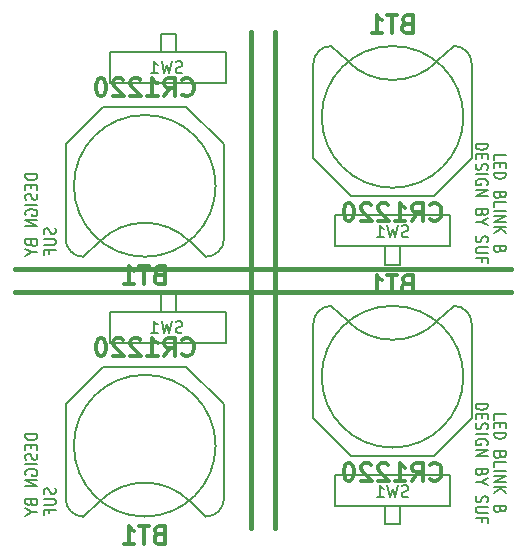
<source format=gbo>
G04 (created by PCBNEW (2013-07-07 BZR 4022)-stable) date 22/01/2014 05:32:29*
%MOIN*%
G04 Gerber Fmt 3.4, Leading zero omitted, Abs format*
%FSLAX34Y34*%
G01*
G70*
G90*
G04 APERTURE LIST*
%ADD10C,0.00590551*%
%ADD11C,0.015*%
%ADD12C,0.00787402*%
%ADD13C,0.012*%
G04 APERTURE END LIST*
G54D10*
G54D11*
X29133Y-19685D02*
X29133Y-36220D01*
X29921Y-19685D02*
X29921Y-36220D01*
X21259Y-28346D02*
X37795Y-28346D01*
X21259Y-27559D02*
X37795Y-27559D01*
G54D10*
X37235Y-32594D02*
X37235Y-32425D01*
X37628Y-32425D01*
X37441Y-32712D02*
X37441Y-32830D01*
X37235Y-32881D02*
X37235Y-32712D01*
X37628Y-32712D01*
X37628Y-32881D01*
X37235Y-33033D02*
X37628Y-33033D01*
X37628Y-33117D01*
X37610Y-33168D01*
X37572Y-33201D01*
X37535Y-33218D01*
X37460Y-33235D01*
X37403Y-33235D01*
X37328Y-33218D01*
X37291Y-33201D01*
X37253Y-33168D01*
X37235Y-33117D01*
X37235Y-33033D01*
X37441Y-33775D02*
X37422Y-33826D01*
X37403Y-33843D01*
X37366Y-33859D01*
X37310Y-33859D01*
X37272Y-33843D01*
X37253Y-33826D01*
X37235Y-33792D01*
X37235Y-33657D01*
X37628Y-33657D01*
X37628Y-33775D01*
X37610Y-33809D01*
X37591Y-33826D01*
X37553Y-33843D01*
X37516Y-33843D01*
X37478Y-33826D01*
X37460Y-33809D01*
X37441Y-33775D01*
X37441Y-33657D01*
X37235Y-34180D02*
X37235Y-34011D01*
X37628Y-34011D01*
X37235Y-34298D02*
X37628Y-34298D01*
X37235Y-34467D02*
X37628Y-34467D01*
X37235Y-34669D01*
X37628Y-34669D01*
X37235Y-34838D02*
X37628Y-34838D01*
X37235Y-35041D02*
X37460Y-34889D01*
X37628Y-35041D02*
X37403Y-34838D01*
X37441Y-35580D02*
X37422Y-35631D01*
X37403Y-35648D01*
X37366Y-35665D01*
X37310Y-35665D01*
X37272Y-35648D01*
X37253Y-35631D01*
X37235Y-35597D01*
X37235Y-35462D01*
X37628Y-35462D01*
X37628Y-35580D01*
X37610Y-35614D01*
X37591Y-35631D01*
X37553Y-35648D01*
X37516Y-35648D01*
X37478Y-35631D01*
X37460Y-35614D01*
X37441Y-35580D01*
X37441Y-35462D01*
X36624Y-32062D02*
X37018Y-32062D01*
X37018Y-32147D01*
X36999Y-32197D01*
X36962Y-32231D01*
X36924Y-32248D01*
X36849Y-32265D01*
X36793Y-32265D01*
X36718Y-32248D01*
X36681Y-32231D01*
X36643Y-32197D01*
X36624Y-32147D01*
X36624Y-32062D01*
X36831Y-32417D02*
X36831Y-32535D01*
X36624Y-32586D02*
X36624Y-32417D01*
X37018Y-32417D01*
X37018Y-32586D01*
X36643Y-32721D02*
X36624Y-32771D01*
X36624Y-32856D01*
X36643Y-32889D01*
X36662Y-32906D01*
X36699Y-32923D01*
X36737Y-32923D01*
X36774Y-32906D01*
X36793Y-32889D01*
X36812Y-32856D01*
X36831Y-32788D01*
X36849Y-32754D01*
X36868Y-32737D01*
X36906Y-32721D01*
X36943Y-32721D01*
X36981Y-32737D01*
X36999Y-32754D01*
X37018Y-32788D01*
X37018Y-32872D01*
X36999Y-32923D01*
X36624Y-33075D02*
X37018Y-33075D01*
X36999Y-33429D02*
X37018Y-33395D01*
X37018Y-33345D01*
X36999Y-33294D01*
X36962Y-33260D01*
X36924Y-33244D01*
X36849Y-33227D01*
X36793Y-33227D01*
X36718Y-33244D01*
X36681Y-33260D01*
X36643Y-33294D01*
X36624Y-33345D01*
X36624Y-33379D01*
X36643Y-33429D01*
X36662Y-33446D01*
X36793Y-33446D01*
X36793Y-33379D01*
X36624Y-33598D02*
X37018Y-33598D01*
X36624Y-33800D01*
X37018Y-33800D01*
X36831Y-34357D02*
X36812Y-34408D01*
X36793Y-34425D01*
X36756Y-34442D01*
X36699Y-34442D01*
X36662Y-34425D01*
X36643Y-34408D01*
X36624Y-34374D01*
X36624Y-34239D01*
X37018Y-34239D01*
X37018Y-34357D01*
X36999Y-34391D01*
X36981Y-34408D01*
X36943Y-34425D01*
X36906Y-34425D01*
X36868Y-34408D01*
X36849Y-34391D01*
X36831Y-34357D01*
X36831Y-34239D01*
X36812Y-34661D02*
X36624Y-34661D01*
X37018Y-34543D02*
X36812Y-34661D01*
X37018Y-34779D01*
X36643Y-35150D02*
X36624Y-35201D01*
X36624Y-35285D01*
X36643Y-35319D01*
X36662Y-35336D01*
X36699Y-35353D01*
X36737Y-35353D01*
X36774Y-35336D01*
X36793Y-35319D01*
X36812Y-35285D01*
X36831Y-35218D01*
X36849Y-35184D01*
X36868Y-35167D01*
X36906Y-35150D01*
X36943Y-35150D01*
X36981Y-35167D01*
X36999Y-35184D01*
X37018Y-35218D01*
X37018Y-35302D01*
X36999Y-35353D01*
X37018Y-35505D02*
X36699Y-35505D01*
X36662Y-35521D01*
X36643Y-35538D01*
X36624Y-35572D01*
X36624Y-35640D01*
X36643Y-35673D01*
X36662Y-35690D01*
X36699Y-35707D01*
X37018Y-35707D01*
X36831Y-35994D02*
X36831Y-35876D01*
X36624Y-35876D02*
X37018Y-35876D01*
X37018Y-36045D01*
X22009Y-33076D02*
X21616Y-33076D01*
X21616Y-33160D01*
X21634Y-33211D01*
X21672Y-33245D01*
X21709Y-33262D01*
X21784Y-33278D01*
X21841Y-33278D01*
X21916Y-33262D01*
X21953Y-33245D01*
X21991Y-33211D01*
X22009Y-33160D01*
X22009Y-33076D01*
X21803Y-33430D02*
X21803Y-33548D01*
X22009Y-33599D02*
X22009Y-33430D01*
X21616Y-33430D01*
X21616Y-33599D01*
X21991Y-33734D02*
X22009Y-33785D01*
X22009Y-33869D01*
X21991Y-33903D01*
X21972Y-33920D01*
X21934Y-33937D01*
X21897Y-33937D01*
X21859Y-33920D01*
X21841Y-33903D01*
X21822Y-33869D01*
X21803Y-33802D01*
X21784Y-33768D01*
X21766Y-33751D01*
X21728Y-33734D01*
X21691Y-33734D01*
X21653Y-33751D01*
X21634Y-33768D01*
X21616Y-33802D01*
X21616Y-33886D01*
X21634Y-33937D01*
X22009Y-34088D02*
X21616Y-34088D01*
X21634Y-34443D02*
X21616Y-34409D01*
X21616Y-34358D01*
X21634Y-34308D01*
X21672Y-34274D01*
X21709Y-34257D01*
X21784Y-34240D01*
X21841Y-34240D01*
X21916Y-34257D01*
X21953Y-34274D01*
X21991Y-34308D01*
X22009Y-34358D01*
X22009Y-34392D01*
X21991Y-34443D01*
X21972Y-34460D01*
X21841Y-34460D01*
X21841Y-34392D01*
X22009Y-34611D02*
X21616Y-34611D01*
X22009Y-34814D01*
X21616Y-34814D01*
X21803Y-35371D02*
X21822Y-35421D01*
X21841Y-35438D01*
X21878Y-35455D01*
X21934Y-35455D01*
X21972Y-35438D01*
X21991Y-35421D01*
X22009Y-35388D01*
X22009Y-35253D01*
X21616Y-35253D01*
X21616Y-35371D01*
X21634Y-35404D01*
X21653Y-35421D01*
X21691Y-35438D01*
X21728Y-35438D01*
X21766Y-35421D01*
X21784Y-35404D01*
X21803Y-35371D01*
X21803Y-35253D01*
X21822Y-35674D02*
X22009Y-35674D01*
X21616Y-35556D02*
X21822Y-35674D01*
X21616Y-35793D01*
X22601Y-34881D02*
X22619Y-34932D01*
X22619Y-35016D01*
X22601Y-35050D01*
X22582Y-35067D01*
X22544Y-35084D01*
X22507Y-35084D01*
X22470Y-35067D01*
X22451Y-35050D01*
X22432Y-35016D01*
X22413Y-34949D01*
X22395Y-34915D01*
X22376Y-34898D01*
X22338Y-34881D01*
X22301Y-34881D01*
X22263Y-34898D01*
X22245Y-34915D01*
X22226Y-34949D01*
X22226Y-35033D01*
X22245Y-35084D01*
X22226Y-35236D02*
X22544Y-35236D01*
X22582Y-35253D01*
X22601Y-35269D01*
X22619Y-35303D01*
X22619Y-35371D01*
X22601Y-35404D01*
X22582Y-35421D01*
X22544Y-35438D01*
X22226Y-35438D01*
X22413Y-35725D02*
X22413Y-35607D01*
X22619Y-35607D02*
X22226Y-35607D01*
X22226Y-35776D01*
X22009Y-24415D02*
X21616Y-24415D01*
X21616Y-24499D01*
X21634Y-24550D01*
X21672Y-24583D01*
X21709Y-24600D01*
X21784Y-24617D01*
X21841Y-24617D01*
X21916Y-24600D01*
X21953Y-24583D01*
X21991Y-24550D01*
X22009Y-24499D01*
X22009Y-24415D01*
X21803Y-24769D02*
X21803Y-24887D01*
X22009Y-24938D02*
X22009Y-24769D01*
X21616Y-24769D01*
X21616Y-24938D01*
X21991Y-25073D02*
X22009Y-25123D01*
X22009Y-25208D01*
X21991Y-25241D01*
X21972Y-25258D01*
X21934Y-25275D01*
X21897Y-25275D01*
X21859Y-25258D01*
X21841Y-25241D01*
X21822Y-25208D01*
X21803Y-25140D01*
X21784Y-25106D01*
X21766Y-25089D01*
X21728Y-25073D01*
X21691Y-25073D01*
X21653Y-25089D01*
X21634Y-25106D01*
X21616Y-25140D01*
X21616Y-25224D01*
X21634Y-25275D01*
X22009Y-25427D02*
X21616Y-25427D01*
X21634Y-25781D02*
X21616Y-25748D01*
X21616Y-25697D01*
X21634Y-25646D01*
X21672Y-25613D01*
X21709Y-25596D01*
X21784Y-25579D01*
X21841Y-25579D01*
X21916Y-25596D01*
X21953Y-25613D01*
X21991Y-25646D01*
X22009Y-25697D01*
X22009Y-25731D01*
X21991Y-25781D01*
X21972Y-25798D01*
X21841Y-25798D01*
X21841Y-25731D01*
X22009Y-25950D02*
X21616Y-25950D01*
X22009Y-26152D01*
X21616Y-26152D01*
X21803Y-26709D02*
X21822Y-26760D01*
X21841Y-26777D01*
X21878Y-26794D01*
X21934Y-26794D01*
X21972Y-26777D01*
X21991Y-26760D01*
X22009Y-26726D01*
X22009Y-26591D01*
X21616Y-26591D01*
X21616Y-26709D01*
X21634Y-26743D01*
X21653Y-26760D01*
X21691Y-26777D01*
X21728Y-26777D01*
X21766Y-26760D01*
X21784Y-26743D01*
X21803Y-26709D01*
X21803Y-26591D01*
X21822Y-27013D02*
X22009Y-27013D01*
X21616Y-26895D02*
X21822Y-27013D01*
X21616Y-27131D01*
X22601Y-26220D02*
X22619Y-26271D01*
X22619Y-26355D01*
X22601Y-26389D01*
X22582Y-26406D01*
X22544Y-26422D01*
X22507Y-26422D01*
X22470Y-26406D01*
X22451Y-26389D01*
X22432Y-26355D01*
X22413Y-26287D01*
X22395Y-26254D01*
X22376Y-26237D01*
X22338Y-26220D01*
X22301Y-26220D01*
X22263Y-26237D01*
X22245Y-26254D01*
X22226Y-26287D01*
X22226Y-26372D01*
X22245Y-26422D01*
X22226Y-26574D02*
X22544Y-26574D01*
X22582Y-26591D01*
X22601Y-26608D01*
X22619Y-26642D01*
X22619Y-26709D01*
X22601Y-26743D01*
X22582Y-26760D01*
X22544Y-26777D01*
X22226Y-26777D01*
X22413Y-27064D02*
X22413Y-26946D01*
X22619Y-26946D02*
X22226Y-26946D01*
X22226Y-27114D01*
X37235Y-23933D02*
X37235Y-23764D01*
X37628Y-23764D01*
X37441Y-24051D02*
X37441Y-24169D01*
X37235Y-24219D02*
X37235Y-24051D01*
X37628Y-24051D01*
X37628Y-24219D01*
X37235Y-24371D02*
X37628Y-24371D01*
X37628Y-24456D01*
X37610Y-24506D01*
X37572Y-24540D01*
X37535Y-24557D01*
X37460Y-24574D01*
X37403Y-24574D01*
X37328Y-24557D01*
X37291Y-24540D01*
X37253Y-24506D01*
X37235Y-24456D01*
X37235Y-24371D01*
X37441Y-25114D02*
X37422Y-25164D01*
X37403Y-25181D01*
X37366Y-25198D01*
X37310Y-25198D01*
X37272Y-25181D01*
X37253Y-25164D01*
X37235Y-25131D01*
X37235Y-24996D01*
X37628Y-24996D01*
X37628Y-25114D01*
X37610Y-25147D01*
X37591Y-25164D01*
X37553Y-25181D01*
X37516Y-25181D01*
X37478Y-25164D01*
X37460Y-25147D01*
X37441Y-25114D01*
X37441Y-24996D01*
X37235Y-25519D02*
X37235Y-25350D01*
X37628Y-25350D01*
X37235Y-25637D02*
X37628Y-25637D01*
X37235Y-25805D02*
X37628Y-25805D01*
X37235Y-26008D01*
X37628Y-26008D01*
X37235Y-26177D02*
X37628Y-26177D01*
X37235Y-26379D02*
X37460Y-26227D01*
X37628Y-26379D02*
X37403Y-26177D01*
X37441Y-26919D02*
X37422Y-26970D01*
X37403Y-26987D01*
X37366Y-27003D01*
X37310Y-27003D01*
X37272Y-26987D01*
X37253Y-26970D01*
X37235Y-26936D01*
X37235Y-26801D01*
X37628Y-26801D01*
X37628Y-26919D01*
X37610Y-26953D01*
X37591Y-26970D01*
X37553Y-26987D01*
X37516Y-26987D01*
X37478Y-26970D01*
X37460Y-26953D01*
X37441Y-26919D01*
X37441Y-26801D01*
X36624Y-23401D02*
X37018Y-23401D01*
X37018Y-23485D01*
X36999Y-23536D01*
X36962Y-23570D01*
X36924Y-23587D01*
X36849Y-23604D01*
X36793Y-23604D01*
X36718Y-23587D01*
X36681Y-23570D01*
X36643Y-23536D01*
X36624Y-23485D01*
X36624Y-23401D01*
X36831Y-23755D02*
X36831Y-23874D01*
X36624Y-23924D02*
X36624Y-23755D01*
X37018Y-23755D01*
X37018Y-23924D01*
X36643Y-24059D02*
X36624Y-24110D01*
X36624Y-24194D01*
X36643Y-24228D01*
X36662Y-24245D01*
X36699Y-24262D01*
X36737Y-24262D01*
X36774Y-24245D01*
X36793Y-24228D01*
X36812Y-24194D01*
X36831Y-24127D01*
X36849Y-24093D01*
X36868Y-24076D01*
X36906Y-24059D01*
X36943Y-24059D01*
X36981Y-24076D01*
X36999Y-24093D01*
X37018Y-24127D01*
X37018Y-24211D01*
X36999Y-24262D01*
X36624Y-24413D02*
X37018Y-24413D01*
X36999Y-24768D02*
X37018Y-24734D01*
X37018Y-24683D01*
X36999Y-24633D01*
X36962Y-24599D01*
X36924Y-24582D01*
X36849Y-24565D01*
X36793Y-24565D01*
X36718Y-24582D01*
X36681Y-24599D01*
X36643Y-24633D01*
X36624Y-24683D01*
X36624Y-24717D01*
X36643Y-24768D01*
X36662Y-24785D01*
X36793Y-24785D01*
X36793Y-24717D01*
X36624Y-24937D02*
X37018Y-24937D01*
X36624Y-25139D01*
X37018Y-25139D01*
X36831Y-25696D02*
X36812Y-25746D01*
X36793Y-25763D01*
X36756Y-25780D01*
X36699Y-25780D01*
X36662Y-25763D01*
X36643Y-25746D01*
X36624Y-25713D01*
X36624Y-25578D01*
X37018Y-25578D01*
X37018Y-25696D01*
X36999Y-25730D01*
X36981Y-25746D01*
X36943Y-25763D01*
X36906Y-25763D01*
X36868Y-25746D01*
X36849Y-25730D01*
X36831Y-25696D01*
X36831Y-25578D01*
X36812Y-26000D02*
X36624Y-26000D01*
X37018Y-25881D02*
X36812Y-26000D01*
X37018Y-26118D01*
X36643Y-26489D02*
X36624Y-26539D01*
X36624Y-26624D01*
X36643Y-26658D01*
X36662Y-26674D01*
X36699Y-26691D01*
X36737Y-26691D01*
X36774Y-26674D01*
X36793Y-26658D01*
X36812Y-26624D01*
X36831Y-26556D01*
X36849Y-26523D01*
X36868Y-26506D01*
X36906Y-26489D01*
X36943Y-26489D01*
X36981Y-26506D01*
X36999Y-26523D01*
X37018Y-26556D01*
X37018Y-26641D01*
X36999Y-26691D01*
X37018Y-26843D02*
X36699Y-26843D01*
X36662Y-26860D01*
X36643Y-26877D01*
X36624Y-26911D01*
X36624Y-26978D01*
X36643Y-27012D01*
X36662Y-27029D01*
X36699Y-27046D01*
X37018Y-27046D01*
X36831Y-27332D02*
X36831Y-27214D01*
X36624Y-27214D02*
X37018Y-27214D01*
X37018Y-27383D01*
G54D12*
X35347Y-29315D02*
X35898Y-28803D01*
X32355Y-29315D02*
X31804Y-28803D01*
X35347Y-29315D02*
G75*
G02X32355Y-29315I-1496J1496D01*
G74*
G01*
X35898Y-28803D02*
G75*
G02X36489Y-29393I0J-590D01*
G74*
G01*
X35229Y-33803D02*
X36489Y-32543D01*
X36489Y-32543D02*
X36489Y-29393D01*
X31213Y-32543D02*
X32473Y-33803D01*
X31213Y-29393D02*
G75*
G02X31804Y-28803I590J0D01*
G74*
G01*
X31213Y-32543D02*
X31213Y-29393D01*
X35229Y-33803D02*
X32473Y-33803D01*
X36213Y-31165D02*
G75*
G03X36213Y-31165I-2362J0D01*
G74*
G01*
X34107Y-35485D02*
X34107Y-36087D01*
X34107Y-36087D02*
X33595Y-36087D01*
X33595Y-36087D02*
X33595Y-35485D01*
X35780Y-35485D02*
X35780Y-34445D01*
X35780Y-34445D02*
X31922Y-34445D01*
X31922Y-34445D02*
X31922Y-35485D01*
X31922Y-35485D02*
X35780Y-35485D01*
X24094Y-35314D02*
X23543Y-35826D01*
X27086Y-35314D02*
X27637Y-35826D01*
X24094Y-35314D02*
G75*
G02X27086Y-35314I1496J-1496D01*
G74*
G01*
X23543Y-35826D02*
G75*
G02X22952Y-35236I0J590D01*
G74*
G01*
X24212Y-30826D02*
X22952Y-32086D01*
X22952Y-32086D02*
X22952Y-35236D01*
X28228Y-32086D02*
X26968Y-30826D01*
X28228Y-35236D02*
G75*
G02X27637Y-35826I-590J0D01*
G74*
G01*
X28228Y-32086D02*
X28228Y-35236D01*
X24212Y-30826D02*
X26968Y-30826D01*
X27953Y-33464D02*
G75*
G03X27953Y-33464I-2362J0D01*
G74*
G01*
X26122Y-29007D02*
X26122Y-28405D01*
X26122Y-28405D02*
X26633Y-28405D01*
X26633Y-28405D02*
X26633Y-29007D01*
X24448Y-29007D02*
X24448Y-30047D01*
X24448Y-30047D02*
X28307Y-30047D01*
X28307Y-30047D02*
X28307Y-29007D01*
X28307Y-29007D02*
X24448Y-29007D01*
X26122Y-20346D02*
X26122Y-19744D01*
X26122Y-19744D02*
X26633Y-19744D01*
X26633Y-19744D02*
X26633Y-20346D01*
X24448Y-20346D02*
X24448Y-21385D01*
X24448Y-21385D02*
X28307Y-21385D01*
X28307Y-21385D02*
X28307Y-20346D01*
X28307Y-20346D02*
X24448Y-20346D01*
X24094Y-26653D02*
X23543Y-27165D01*
X27086Y-26653D02*
X27637Y-27165D01*
X24094Y-26653D02*
G75*
G02X27086Y-26653I1496J-1496D01*
G74*
G01*
X23543Y-27165D02*
G75*
G02X22952Y-26574I0J590D01*
G74*
G01*
X24212Y-22165D02*
X22952Y-23425D01*
X22952Y-23425D02*
X22952Y-26574D01*
X28228Y-23425D02*
X26968Y-22165D01*
X28228Y-26574D02*
G75*
G02X27637Y-27165I-590J0D01*
G74*
G01*
X28228Y-23425D02*
X28228Y-26574D01*
X24212Y-22165D02*
X26968Y-22165D01*
X27953Y-24803D02*
G75*
G03X27953Y-24803I-2362J0D01*
G74*
G01*
X34107Y-26823D02*
X34107Y-27426D01*
X34107Y-27426D02*
X33595Y-27426D01*
X33595Y-27426D02*
X33595Y-26823D01*
X35780Y-26823D02*
X35780Y-25784D01*
X35780Y-25784D02*
X31922Y-25784D01*
X31922Y-25784D02*
X31922Y-26823D01*
X31922Y-26823D02*
X35780Y-26823D01*
X35347Y-20653D02*
X35898Y-20141D01*
X32355Y-20653D02*
X31804Y-20141D01*
X35347Y-20653D02*
G75*
G02X32355Y-20653I-1496J1496D01*
G74*
G01*
X35898Y-20141D02*
G75*
G02X36489Y-20732I0J-590D01*
G74*
G01*
X35229Y-25141D02*
X36489Y-23882D01*
X36489Y-23882D02*
X36489Y-20732D01*
X31213Y-23882D02*
X32473Y-25141D01*
X31213Y-20732D02*
G75*
G02X31804Y-20141I590J0D01*
G74*
G01*
X31213Y-23882D02*
X31213Y-20732D01*
X35229Y-25141D02*
X32473Y-25141D01*
X36213Y-22504D02*
G75*
G03X36213Y-22504I-2362J0D01*
G74*
G01*
G54D13*
X34322Y-28062D02*
X34236Y-28091D01*
X34208Y-28119D01*
X34179Y-28176D01*
X34179Y-28262D01*
X34208Y-28319D01*
X34236Y-28348D01*
X34294Y-28376D01*
X34522Y-28376D01*
X34522Y-27776D01*
X34322Y-27776D01*
X34265Y-27805D01*
X34236Y-27833D01*
X34208Y-27891D01*
X34208Y-27948D01*
X34236Y-28005D01*
X34265Y-28033D01*
X34322Y-28062D01*
X34522Y-28062D01*
X34008Y-27776D02*
X33665Y-27776D01*
X33836Y-28376D02*
X33836Y-27776D01*
X33151Y-28376D02*
X33494Y-28376D01*
X33322Y-28376D02*
X33322Y-27776D01*
X33379Y-27862D01*
X33436Y-27919D01*
X33494Y-27948D01*
X35108Y-34579D02*
X35136Y-34608D01*
X35222Y-34636D01*
X35279Y-34636D01*
X35365Y-34608D01*
X35422Y-34550D01*
X35451Y-34493D01*
X35479Y-34379D01*
X35479Y-34293D01*
X35451Y-34179D01*
X35422Y-34122D01*
X35365Y-34065D01*
X35279Y-34036D01*
X35222Y-34036D01*
X35136Y-34065D01*
X35108Y-34093D01*
X34508Y-34636D02*
X34708Y-34350D01*
X34851Y-34636D02*
X34851Y-34036D01*
X34622Y-34036D01*
X34565Y-34065D01*
X34536Y-34093D01*
X34508Y-34150D01*
X34508Y-34236D01*
X34536Y-34293D01*
X34565Y-34322D01*
X34622Y-34350D01*
X34851Y-34350D01*
X33936Y-34636D02*
X34279Y-34636D01*
X34108Y-34636D02*
X34108Y-34036D01*
X34165Y-34122D01*
X34222Y-34179D01*
X34279Y-34208D01*
X33708Y-34093D02*
X33679Y-34065D01*
X33622Y-34036D01*
X33479Y-34036D01*
X33422Y-34065D01*
X33394Y-34093D01*
X33365Y-34150D01*
X33365Y-34208D01*
X33394Y-34293D01*
X33736Y-34636D01*
X33365Y-34636D01*
X33136Y-34093D02*
X33108Y-34065D01*
X33051Y-34036D01*
X32908Y-34036D01*
X32851Y-34065D01*
X32822Y-34093D01*
X32794Y-34150D01*
X32794Y-34208D01*
X32822Y-34293D01*
X33165Y-34636D01*
X32794Y-34636D01*
X32422Y-34036D02*
X32365Y-34036D01*
X32308Y-34065D01*
X32279Y-34093D01*
X32251Y-34150D01*
X32222Y-34265D01*
X32222Y-34408D01*
X32251Y-34522D01*
X32279Y-34579D01*
X32308Y-34608D01*
X32365Y-34636D01*
X32422Y-34636D01*
X32479Y-34608D01*
X32508Y-34579D01*
X32536Y-34522D01*
X32565Y-34408D01*
X32565Y-34265D01*
X32536Y-34150D01*
X32508Y-34093D01*
X32479Y-34065D01*
X32422Y-34036D01*
G54D12*
X34376Y-35161D02*
X34319Y-35180D01*
X34226Y-35180D01*
X34188Y-35161D01*
X34169Y-35143D01*
X34151Y-35105D01*
X34151Y-35068D01*
X34169Y-35030D01*
X34188Y-35012D01*
X34226Y-34993D01*
X34301Y-34974D01*
X34338Y-34955D01*
X34357Y-34937D01*
X34376Y-34899D01*
X34376Y-34862D01*
X34357Y-34824D01*
X34338Y-34805D01*
X34301Y-34787D01*
X34207Y-34787D01*
X34151Y-34805D01*
X34019Y-34787D02*
X33926Y-35180D01*
X33851Y-34899D01*
X33776Y-35180D01*
X33682Y-34787D01*
X33326Y-35180D02*
X33551Y-35180D01*
X33438Y-35180D02*
X33438Y-34787D01*
X33476Y-34843D01*
X33513Y-34880D01*
X33551Y-34899D01*
G54D13*
X26061Y-36424D02*
X25976Y-36453D01*
X25947Y-36481D01*
X25919Y-36538D01*
X25919Y-36624D01*
X25947Y-36681D01*
X25976Y-36710D01*
X26033Y-36738D01*
X26261Y-36738D01*
X26261Y-36138D01*
X26061Y-36138D01*
X26004Y-36167D01*
X25976Y-36196D01*
X25947Y-36253D01*
X25947Y-36310D01*
X25976Y-36367D01*
X26004Y-36396D01*
X26061Y-36424D01*
X26261Y-36424D01*
X25747Y-36138D02*
X25404Y-36138D01*
X25576Y-36738D02*
X25576Y-36138D01*
X24890Y-36738D02*
X25233Y-36738D01*
X25061Y-36738D02*
X25061Y-36138D01*
X25119Y-36224D01*
X25176Y-36281D01*
X25233Y-36310D01*
X26847Y-30421D02*
X26876Y-30450D01*
X26961Y-30479D01*
X27019Y-30479D01*
X27104Y-30450D01*
X27161Y-30393D01*
X27190Y-30336D01*
X27219Y-30221D01*
X27219Y-30136D01*
X27190Y-30021D01*
X27161Y-29964D01*
X27104Y-29907D01*
X27019Y-29879D01*
X26961Y-29879D01*
X26876Y-29907D01*
X26847Y-29936D01*
X26247Y-30479D02*
X26447Y-30193D01*
X26590Y-30479D02*
X26590Y-29879D01*
X26361Y-29879D01*
X26304Y-29907D01*
X26276Y-29936D01*
X26247Y-29993D01*
X26247Y-30079D01*
X26276Y-30136D01*
X26304Y-30164D01*
X26361Y-30193D01*
X26590Y-30193D01*
X25676Y-30479D02*
X26019Y-30479D01*
X25847Y-30479D02*
X25847Y-29879D01*
X25904Y-29964D01*
X25961Y-30021D01*
X26019Y-30050D01*
X25447Y-29936D02*
X25419Y-29907D01*
X25361Y-29879D01*
X25219Y-29879D01*
X25161Y-29907D01*
X25133Y-29936D01*
X25104Y-29993D01*
X25104Y-30050D01*
X25133Y-30136D01*
X25476Y-30479D01*
X25104Y-30479D01*
X24876Y-29936D02*
X24847Y-29907D01*
X24790Y-29879D01*
X24647Y-29879D01*
X24590Y-29907D01*
X24561Y-29936D01*
X24533Y-29993D01*
X24533Y-30050D01*
X24561Y-30136D01*
X24904Y-30479D01*
X24533Y-30479D01*
X24161Y-29879D02*
X24104Y-29879D01*
X24047Y-29907D01*
X24019Y-29936D01*
X23990Y-29993D01*
X23961Y-30107D01*
X23961Y-30250D01*
X23990Y-30364D01*
X24019Y-30421D01*
X24047Y-30450D01*
X24104Y-30479D01*
X24161Y-30479D01*
X24219Y-30450D01*
X24247Y-30421D01*
X24276Y-30364D01*
X24304Y-30250D01*
X24304Y-30107D01*
X24276Y-29993D01*
X24247Y-29936D01*
X24219Y-29907D01*
X24161Y-29879D01*
G54D12*
X26843Y-29687D02*
X26787Y-29706D01*
X26693Y-29706D01*
X26656Y-29687D01*
X26637Y-29669D01*
X26618Y-29631D01*
X26618Y-29594D01*
X26637Y-29556D01*
X26656Y-29537D01*
X26693Y-29519D01*
X26768Y-29500D01*
X26806Y-29481D01*
X26825Y-29462D01*
X26843Y-29425D01*
X26843Y-29387D01*
X26825Y-29350D01*
X26806Y-29331D01*
X26768Y-29312D01*
X26675Y-29312D01*
X26618Y-29331D01*
X26487Y-29312D02*
X26393Y-29706D01*
X26318Y-29425D01*
X26243Y-29706D01*
X26150Y-29312D01*
X25793Y-29706D02*
X26018Y-29706D01*
X25906Y-29706D02*
X25906Y-29312D01*
X25943Y-29369D01*
X25981Y-29406D01*
X26018Y-29425D01*
X26843Y-21026D02*
X26787Y-21045D01*
X26693Y-21045D01*
X26656Y-21026D01*
X26637Y-21007D01*
X26618Y-20970D01*
X26618Y-20932D01*
X26637Y-20895D01*
X26656Y-20876D01*
X26693Y-20857D01*
X26768Y-20838D01*
X26806Y-20820D01*
X26825Y-20801D01*
X26843Y-20763D01*
X26843Y-20726D01*
X26825Y-20688D01*
X26806Y-20670D01*
X26768Y-20651D01*
X26675Y-20651D01*
X26618Y-20670D01*
X26487Y-20651D02*
X26393Y-21045D01*
X26318Y-20763D01*
X26243Y-21045D01*
X26150Y-20651D01*
X25793Y-21045D02*
X26018Y-21045D01*
X25906Y-21045D02*
X25906Y-20651D01*
X25943Y-20707D01*
X25981Y-20745D01*
X26018Y-20763D01*
G54D13*
X26061Y-27763D02*
X25976Y-27791D01*
X25947Y-27820D01*
X25919Y-27877D01*
X25919Y-27963D01*
X25947Y-28020D01*
X25976Y-28048D01*
X26033Y-28077D01*
X26261Y-28077D01*
X26261Y-27477D01*
X26061Y-27477D01*
X26004Y-27506D01*
X25976Y-27534D01*
X25947Y-27591D01*
X25947Y-27648D01*
X25976Y-27706D01*
X26004Y-27734D01*
X26061Y-27763D01*
X26261Y-27763D01*
X25747Y-27477D02*
X25404Y-27477D01*
X25576Y-28077D02*
X25576Y-27477D01*
X24890Y-28077D02*
X25233Y-28077D01*
X25061Y-28077D02*
X25061Y-27477D01*
X25119Y-27563D01*
X25176Y-27620D01*
X25233Y-27648D01*
X26847Y-21760D02*
X26876Y-21789D01*
X26961Y-21817D01*
X27019Y-21817D01*
X27104Y-21789D01*
X27161Y-21731D01*
X27190Y-21674D01*
X27219Y-21560D01*
X27219Y-21474D01*
X27190Y-21360D01*
X27161Y-21303D01*
X27104Y-21246D01*
X27019Y-21217D01*
X26961Y-21217D01*
X26876Y-21246D01*
X26847Y-21274D01*
X26247Y-21817D02*
X26447Y-21531D01*
X26590Y-21817D02*
X26590Y-21217D01*
X26361Y-21217D01*
X26304Y-21246D01*
X26276Y-21274D01*
X26247Y-21331D01*
X26247Y-21417D01*
X26276Y-21474D01*
X26304Y-21503D01*
X26361Y-21531D01*
X26590Y-21531D01*
X25676Y-21817D02*
X26019Y-21817D01*
X25847Y-21817D02*
X25847Y-21217D01*
X25904Y-21303D01*
X25961Y-21360D01*
X26019Y-21389D01*
X25447Y-21274D02*
X25419Y-21246D01*
X25361Y-21217D01*
X25219Y-21217D01*
X25161Y-21246D01*
X25133Y-21274D01*
X25104Y-21331D01*
X25104Y-21389D01*
X25133Y-21474D01*
X25476Y-21817D01*
X25104Y-21817D01*
X24876Y-21274D02*
X24847Y-21246D01*
X24790Y-21217D01*
X24647Y-21217D01*
X24590Y-21246D01*
X24561Y-21274D01*
X24533Y-21331D01*
X24533Y-21389D01*
X24561Y-21474D01*
X24904Y-21817D01*
X24533Y-21817D01*
X24161Y-21217D02*
X24104Y-21217D01*
X24047Y-21246D01*
X24019Y-21274D01*
X23990Y-21331D01*
X23961Y-21446D01*
X23961Y-21589D01*
X23990Y-21703D01*
X24019Y-21760D01*
X24047Y-21789D01*
X24104Y-21817D01*
X24161Y-21817D01*
X24219Y-21789D01*
X24247Y-21760D01*
X24276Y-21703D01*
X24304Y-21589D01*
X24304Y-21446D01*
X24276Y-21331D01*
X24247Y-21274D01*
X24219Y-21246D01*
X24161Y-21217D01*
G54D12*
X34376Y-26500D02*
X34319Y-26519D01*
X34226Y-26519D01*
X34188Y-26500D01*
X34169Y-26481D01*
X34151Y-26444D01*
X34151Y-26406D01*
X34169Y-26369D01*
X34188Y-26350D01*
X34226Y-26331D01*
X34301Y-26313D01*
X34338Y-26294D01*
X34357Y-26275D01*
X34376Y-26238D01*
X34376Y-26200D01*
X34357Y-26163D01*
X34338Y-26144D01*
X34301Y-26125D01*
X34207Y-26125D01*
X34151Y-26144D01*
X34019Y-26125D02*
X33926Y-26519D01*
X33851Y-26238D01*
X33776Y-26519D01*
X33682Y-26125D01*
X33326Y-26519D02*
X33551Y-26519D01*
X33438Y-26519D02*
X33438Y-26125D01*
X33476Y-26181D01*
X33513Y-26219D01*
X33551Y-26238D01*
G54D13*
X34322Y-19401D02*
X34236Y-19429D01*
X34208Y-19458D01*
X34179Y-19515D01*
X34179Y-19601D01*
X34208Y-19658D01*
X34236Y-19686D01*
X34294Y-19715D01*
X34522Y-19715D01*
X34522Y-19115D01*
X34322Y-19115D01*
X34265Y-19143D01*
X34236Y-19172D01*
X34208Y-19229D01*
X34208Y-19286D01*
X34236Y-19343D01*
X34265Y-19372D01*
X34322Y-19401D01*
X34522Y-19401D01*
X34008Y-19115D02*
X33665Y-19115D01*
X33836Y-19715D02*
X33836Y-19115D01*
X33151Y-19715D02*
X33494Y-19715D01*
X33322Y-19715D02*
X33322Y-19115D01*
X33379Y-19201D01*
X33436Y-19258D01*
X33494Y-19286D01*
X35108Y-25918D02*
X35136Y-25946D01*
X35222Y-25975D01*
X35279Y-25975D01*
X35365Y-25946D01*
X35422Y-25889D01*
X35451Y-25832D01*
X35479Y-25718D01*
X35479Y-25632D01*
X35451Y-25518D01*
X35422Y-25460D01*
X35365Y-25403D01*
X35279Y-25375D01*
X35222Y-25375D01*
X35136Y-25403D01*
X35108Y-25432D01*
X34508Y-25975D02*
X34708Y-25689D01*
X34851Y-25975D02*
X34851Y-25375D01*
X34622Y-25375D01*
X34565Y-25403D01*
X34536Y-25432D01*
X34508Y-25489D01*
X34508Y-25575D01*
X34536Y-25632D01*
X34565Y-25660D01*
X34622Y-25689D01*
X34851Y-25689D01*
X33936Y-25975D02*
X34279Y-25975D01*
X34108Y-25975D02*
X34108Y-25375D01*
X34165Y-25460D01*
X34222Y-25518D01*
X34279Y-25546D01*
X33708Y-25432D02*
X33679Y-25403D01*
X33622Y-25375D01*
X33479Y-25375D01*
X33422Y-25403D01*
X33394Y-25432D01*
X33365Y-25489D01*
X33365Y-25546D01*
X33394Y-25632D01*
X33736Y-25975D01*
X33365Y-25975D01*
X33136Y-25432D02*
X33108Y-25403D01*
X33051Y-25375D01*
X32908Y-25375D01*
X32851Y-25403D01*
X32822Y-25432D01*
X32794Y-25489D01*
X32794Y-25546D01*
X32822Y-25632D01*
X33165Y-25975D01*
X32794Y-25975D01*
X32422Y-25375D02*
X32365Y-25375D01*
X32308Y-25403D01*
X32279Y-25432D01*
X32251Y-25489D01*
X32222Y-25603D01*
X32222Y-25746D01*
X32251Y-25860D01*
X32279Y-25918D01*
X32308Y-25946D01*
X32365Y-25975D01*
X32422Y-25975D01*
X32479Y-25946D01*
X32508Y-25918D01*
X32536Y-25860D01*
X32565Y-25746D01*
X32565Y-25603D01*
X32536Y-25489D01*
X32508Y-25432D01*
X32479Y-25403D01*
X32422Y-25375D01*
M02*

</source>
